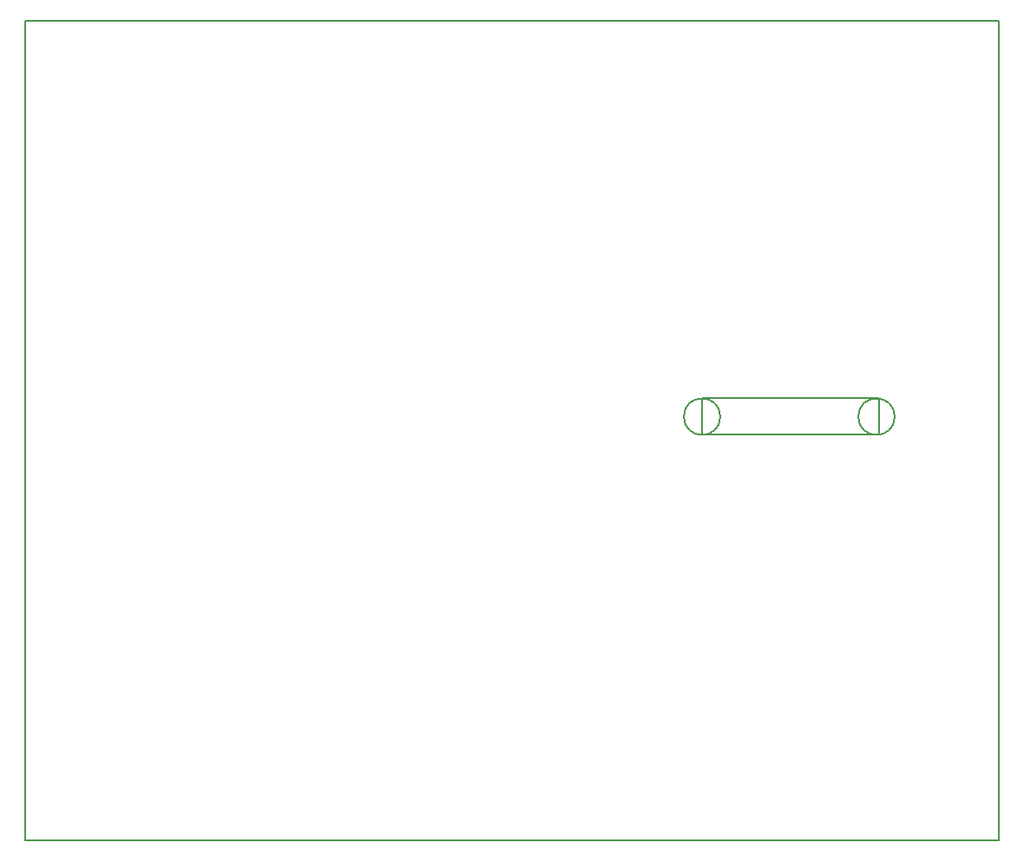
<source format=gm1>
G04 #@! TF.FileFunction,Profile,NP*
%FSLAX46Y46*%
G04 Gerber Fmt 4.6, Leading zero omitted, Abs format (unit mm)*
G04 Created by KiCad (PCBNEW 4.0.5+dfsg1-4) date Tue Dec 12 22:09:06 2017*
%MOMM*%
%LPD*%
G01*
G04 APERTURE LIST*
%ADD10C,0.100000*%
%ADD11C,0.150000*%
G04 APERTURE END LIST*
D10*
D11*
X15494000Y-20447000D02*
X110490000Y-20447000D01*
X15494000Y-100457000D02*
X15494000Y-20447000D01*
X110490000Y-100457000D02*
X15494000Y-100457000D01*
X110490000Y-20447000D02*
X110490000Y-100457000D01*
X81534000Y-60833000D02*
X81534000Y-57277000D01*
X98806000Y-60833000D02*
X81534000Y-60833000D01*
X98806000Y-57277000D02*
X98806000Y-60833000D01*
X81534000Y-57277000D02*
X98806000Y-57277000D01*
X100330000Y-59055000D02*
G75*
G03X100330000Y-59055000I-1778000J0D01*
G01*
X83312000Y-59055000D02*
G75*
G03X83312000Y-59055000I-1778000J0D01*
G01*
M02*

</source>
